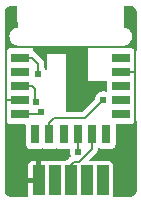
<source format=gbl>
G04 #@! TF.GenerationSoftware,KiCad,Pcbnew,(6.0.7-1)-1*
G04 #@! TF.CreationDate,2022-11-13T18:35:53+09:00*
G04 #@! TF.ProjectId,BM71-Dongle,424d3731-2d44-46f6-9e67-6c652e6b6963,V1.0*
G04 #@! TF.SameCoordinates,Original*
G04 #@! TF.FileFunction,Copper,L2,Bot*
G04 #@! TF.FilePolarity,Positive*
%FSLAX46Y46*%
G04 Gerber Fmt 4.6, Leading zero omitted, Abs format (unit mm)*
G04 Created by KiCad (PCBNEW (6.0.7-1)-1) date 2022-11-13 18:35:53*
%MOMM*%
%LPD*%
G01*
G04 APERTURE LIST*
G04 #@! TA.AperFunction,ComponentPad*
%ADD10R,1.000000X2.500000*%
G04 #@! TD*
G04 #@! TA.AperFunction,SMDPad,CuDef*
%ADD11R,1.600000X0.800000*%
G04 #@! TD*
G04 #@! TA.AperFunction,SMDPad,CuDef*
%ADD12R,0.800000X1.600000*%
G04 #@! TD*
G04 #@! TA.AperFunction,ViaPad*
%ADD13C,0.609600*%
G04 #@! TD*
G04 #@! TA.AperFunction,Conductor*
%ADD14C,0.203200*%
G04 #@! TD*
G04 APERTURE END LIST*
D10*
X2700000Y1800000D03*
X1350000Y1800000D03*
X0Y1800000D03*
X-1350000Y1800000D03*
X-2700000Y1800000D03*
D11*
X4300000Y12200000D03*
X4300000Y11000000D03*
X4300000Y9800000D03*
X4300000Y8600000D03*
X4300000Y7400000D03*
D12*
X3000000Y5700000D03*
X1800000Y5700000D03*
X600000Y5700000D03*
X-600000Y5700000D03*
X-1800000Y5700000D03*
X-3000000Y5700000D03*
D11*
X-4300000Y7400000D03*
X-4300000Y8600000D03*
X-4300000Y9800000D03*
X-4300000Y11000000D03*
X-4300000Y12200000D03*
D13*
X-4750000Y15000000D03*
X4750000Y15000000D03*
X-4500000Y1500000D03*
X200000Y9600000D03*
X4500000Y1500000D03*
X-2950000Y8450000D03*
X-2550000Y7600000D03*
X650000Y4200000D03*
X2750000Y8650000D03*
X-2750000Y10850000D03*
D14*
X5490000Y2490000D02*
X4500000Y1500000D01*
X-4300000Y8600000D02*
X-5490000Y8600000D01*
X-5490000Y8600000D02*
X-5490000Y2490000D01*
X5160000Y15000000D02*
X5490000Y14670000D01*
X-5180000Y15000000D02*
X-5490000Y14690000D01*
X5490000Y14670000D02*
X5490000Y13090000D01*
X5460000Y13120000D02*
X5490000Y13090000D01*
X5490000Y13090000D02*
X5490000Y11020000D01*
X4300000Y11000000D02*
X5470000Y11000000D01*
X-5490000Y13100000D02*
X5460000Y13100000D01*
X4750000Y15000000D02*
X5160000Y15000000D01*
X5490000Y11020000D02*
X5490000Y2490000D01*
X-5490000Y13120000D02*
X-5490000Y8600000D01*
X-5490000Y14690000D02*
X-5490000Y13120000D01*
X-5490000Y2490000D02*
X-4500000Y1500000D01*
X-4750000Y15000000D02*
X-5180000Y15000000D01*
X5470000Y11000000D02*
X5490000Y11020000D01*
X-3001600Y8501600D02*
X-3001600Y9504800D01*
X-2950000Y8450000D02*
X-3001600Y8501600D01*
X-3296800Y9800000D02*
X-4300000Y9800000D01*
X-3001600Y9504800D02*
X-3296800Y9800000D01*
X-4300000Y7400000D02*
X-2750000Y7400000D01*
X-2750000Y7400000D02*
X-2550000Y7600000D01*
X600000Y5700000D02*
X600000Y4250000D01*
X600000Y4250000D02*
X650000Y4200000D01*
X712105Y3400000D02*
X250000Y3400000D01*
X1800000Y4487895D02*
X712105Y3400000D01*
X250000Y3400000D02*
X0Y3150000D01*
X0Y3150000D02*
X0Y1800000D01*
X1800000Y5700000D02*
X1800000Y4487895D01*
X-1800000Y6700000D02*
X-1800000Y5700000D01*
X2750000Y8650000D02*
X1200000Y7100000D01*
X-1400000Y7100000D02*
X-1800000Y6700000D01*
X1200000Y7100000D02*
X-1400000Y7100000D01*
X-2750000Y10850000D02*
X-2750000Y11653200D01*
X-3296800Y12200000D02*
X-4300000Y12200000D01*
X-2750000Y11653200D02*
X-3296800Y12200000D01*
G04 #@! TA.AperFunction,Conductor*
G36*
X5580968Y6799214D02*
G01*
X5593100Y6758258D01*
X5593100Y1037941D01*
X5592174Y1026178D01*
X5588028Y1000000D01*
X5588954Y994154D01*
X5588954Y994150D01*
X5589398Y991346D01*
X5589851Y971165D01*
X5579179Y876444D01*
X5575433Y860028D01*
X5547161Y779232D01*
X5537164Y750663D01*
X5529858Y735491D01*
X5468210Y637379D01*
X5457710Y624214D01*
X5375786Y542290D01*
X5362622Y531791D01*
X5345337Y520930D01*
X5264509Y470142D01*
X5249337Y462836D01*
X5139972Y424567D01*
X5123558Y420821D01*
X5095014Y417605D01*
X5028835Y410149D01*
X5008654Y410602D01*
X5005850Y411046D01*
X5005846Y411046D01*
X5000000Y411972D01*
X4994153Y411046D01*
X4973823Y407826D01*
X4962059Y406900D01*
X3677355Y406900D01*
X3629017Y424493D01*
X3603297Y469042D01*
X3603081Y493864D01*
X3606438Y515058D01*
X3606438Y515060D01*
X3606900Y517976D01*
X3606900Y3082024D01*
X3591809Y3177306D01*
X3533292Y3292151D01*
X3442151Y3383292D01*
X3327306Y3441809D01*
X3292441Y3447331D01*
X3234942Y3456438D01*
X3234940Y3456438D01*
X3232024Y3456900D01*
X2167976Y3456900D01*
X2165060Y3456438D01*
X2165058Y3456438D01*
X2078540Y3442735D01*
X2078539Y3442735D01*
X2072694Y3441809D01*
X2059140Y3434903D01*
X2008085Y3428633D01*
X1990863Y3434901D01*
X1977306Y3441809D01*
X1971461Y3442735D01*
X1971460Y3442735D01*
X1884942Y3456438D01*
X1884940Y3456438D01*
X1882024Y3456900D01*
X1669680Y3456900D01*
X1621342Y3474493D01*
X1595622Y3519042D01*
X1604555Y3569700D01*
X1616506Y3585274D01*
X2113319Y4082087D01*
X2126364Y4092510D01*
X2132958Y4096671D01*
X2169637Y4138202D01*
X2172827Y4141595D01*
X2185382Y4154150D01*
X2192878Y4164151D01*
X2196687Y4168829D01*
X2225830Y4201828D01*
X2225832Y4201830D01*
X2229378Y4205846D01*
X2234909Y4217628D01*
X2242806Y4230770D01*
X2247403Y4236902D01*
X2247405Y4236906D01*
X2250616Y4241190D01*
X2267956Y4287444D01*
X2270300Y4293006D01*
X2289004Y4332845D01*
X2291281Y4337695D01*
X2292105Y4342988D01*
X2292107Y4342994D01*
X2293285Y4350559D01*
X2297174Y4365384D01*
X2299864Y4372561D01*
X2299864Y4372562D01*
X2301745Y4377579D01*
X2305404Y4426829D01*
X2306093Y4432826D01*
X2308052Y4445402D01*
X2308052Y4445406D01*
X2308500Y4448281D01*
X2308500Y4452527D01*
X2308631Y4452887D01*
X2308724Y4454086D01*
X2309058Y4454060D01*
X2326093Y4500865D01*
X2349558Y4519529D01*
X2353051Y4521309D01*
X2365859Y4527835D01*
X2416914Y4534106D01*
X2434134Y4527838D01*
X2472694Y4508191D01*
X2518949Y4500865D01*
X2565058Y4493562D01*
X2565060Y4493562D01*
X2567976Y4493100D01*
X3432024Y4493100D01*
X3434940Y4493562D01*
X3434942Y4493562D01*
X3497196Y4503422D01*
X3527306Y4508191D01*
X3589086Y4539670D01*
X3636874Y4564019D01*
X3636875Y4564020D01*
X3642151Y4566708D01*
X3733292Y4657849D01*
X3791809Y4772694D01*
X3806900Y4867976D01*
X3806900Y6517900D01*
X3824493Y6566238D01*
X3869042Y6591958D01*
X3882100Y6593100D01*
X5132024Y6593100D01*
X5134940Y6593562D01*
X5134942Y6593562D01*
X5221459Y6607265D01*
X5227306Y6608191D01*
X5342151Y6666708D01*
X5433292Y6757849D01*
X5435979Y6763123D01*
X5435983Y6763128D01*
X5450897Y6792399D01*
X5488518Y6827480D01*
X5539887Y6830172D01*
X5580968Y6799214D01*
G37*
G04 #@! TD.AperFunction*
G04 #@! TA.AperFunction,Conductor*
G36*
X-5480300Y6823383D02*
G01*
X-5450897Y6792399D01*
X-5435983Y6763128D01*
X-5435979Y6763123D01*
X-5433292Y6757849D01*
X-5342151Y6666708D01*
X-5227306Y6608191D01*
X-5221459Y6607265D01*
X-5134942Y6593562D01*
X-5134940Y6593562D01*
X-5132024Y6593100D01*
X-3882100Y6593100D01*
X-3833762Y6575507D01*
X-3808042Y6530958D01*
X-3806900Y6517900D01*
X-3806900Y4867976D01*
X-3791809Y4772694D01*
X-3733292Y4657849D01*
X-3642151Y4566708D01*
X-3636875Y4564020D01*
X-3636874Y4564019D01*
X-3589086Y4539670D01*
X-3527306Y4508191D01*
X-3497196Y4503422D01*
X-3434942Y4493562D01*
X-3434940Y4493562D01*
X-3432024Y4493100D01*
X-2567976Y4493100D01*
X-2565060Y4493562D01*
X-2565058Y4493562D01*
X-2518949Y4500865D01*
X-2472694Y4508191D01*
X-2434138Y4527836D01*
X-2383085Y4534106D01*
X-2365866Y4527838D01*
X-2327306Y4508191D01*
X-2281051Y4500865D01*
X-2234942Y4493562D01*
X-2234940Y4493562D01*
X-2232024Y4493100D01*
X-1367976Y4493100D01*
X-1365060Y4493562D01*
X-1365058Y4493562D01*
X-1318949Y4500865D01*
X-1272694Y4508191D01*
X-1234138Y4527836D01*
X-1183085Y4534106D01*
X-1165866Y4527838D01*
X-1127306Y4508191D01*
X-1081051Y4500865D01*
X-1034942Y4493562D01*
X-1034940Y4493562D01*
X-1032024Y4493100D01*
X-167976Y4493100D01*
X-165060Y4493562D01*
X-165058Y4493562D01*
X-135294Y4498276D01*
X-117990Y4501017D01*
X-67495Y4491202D01*
X-35123Y4451226D01*
X-36163Y4399426D01*
X-42598Y4382921D01*
X-44403Y4378292D01*
X-66888Y4207508D01*
X-66391Y4203006D01*
X-66391Y4203002D01*
X-55095Y4100686D01*
X-47985Y4036289D01*
X-46429Y4032037D01*
X-46428Y4032033D01*
X-4092Y3916344D01*
X-4002Y3864904D01*
X-28286Y3834538D01*
X-26782Y3832792D01*
X-64192Y3800558D01*
X-68911Y3796811D01*
X-81553Y3787575D01*
X-93856Y3775272D01*
X-97942Y3771477D01*
X-137127Y3737713D01*
X-140039Y3733220D01*
X-140041Y3733218D01*
X-143334Y3728138D01*
X-153262Y3715866D01*
X-313320Y3555807D01*
X-326364Y3545385D01*
X-332958Y3541224D01*
X-336504Y3537209D01*
X-369635Y3499695D01*
X-372826Y3496301D01*
X-385382Y3483745D01*
X-386169Y3482695D01*
X-430882Y3457840D01*
X-442735Y3456900D01*
X-532024Y3456900D01*
X-534940Y3456438D01*
X-534942Y3456438D01*
X-621460Y3442735D01*
X-621461Y3442735D01*
X-627306Y3441809D01*
X-640860Y3434903D01*
X-691915Y3428633D01*
X-709137Y3434901D01*
X-722694Y3441809D01*
X-728539Y3442735D01*
X-728540Y3442735D01*
X-815058Y3456438D01*
X-815060Y3456438D01*
X-817976Y3456900D01*
X-1882024Y3456900D01*
X-1884940Y3456438D01*
X-1884942Y3456438D01*
X-1942441Y3447331D01*
X-1977306Y3441809D01*
X-1982579Y3439122D01*
X-1982582Y3439121D01*
X-1991410Y3434623D01*
X-2042467Y3428353D01*
X-2059692Y3434623D01*
X-2067574Y3438639D01*
X-2078697Y3442253D01*
X-2165097Y3455938D01*
X-2170969Y3456400D01*
X-2483541Y3456400D01*
X-2493698Y3452703D01*
X-2496800Y3447331D01*
X-2496800Y1672000D01*
X-2514393Y1623662D01*
X-2558942Y1597942D01*
X-2572000Y1596800D01*
X-3593140Y1596800D01*
X-3603297Y1593103D01*
X-3606399Y1587731D01*
X-3606399Y520971D01*
X-3605936Y515093D01*
X-3602574Y493862D01*
X-3612390Y443368D01*
X-3652367Y410997D01*
X-3676848Y406900D01*
X-4962059Y406900D01*
X-4973823Y407826D01*
X-4994153Y411046D01*
X-5000000Y411972D01*
X-5005846Y411046D01*
X-5005850Y411046D01*
X-5008654Y410602D01*
X-5028835Y410149D01*
X-5094567Y417555D01*
X-5123559Y420821D01*
X-5139973Y424567D01*
X-5249338Y462836D01*
X-5264510Y470142D01*
X-5302263Y493864D01*
X-5362622Y531790D01*
X-5375786Y542289D01*
X-5457711Y624214D01*
X-5468211Y637379D01*
X-5529858Y735490D01*
X-5537164Y750662D01*
X-5575432Y860025D01*
X-5579179Y876443D01*
X-5589851Y971165D01*
X-5589398Y991346D01*
X-5588954Y994150D01*
X-5588954Y994154D01*
X-5588028Y1000000D01*
X-5592174Y1026178D01*
X-5593100Y1037941D01*
X-5593100Y2016459D01*
X-3606400Y2016459D01*
X-3602703Y2006302D01*
X-3597331Y2003200D01*
X-2916459Y2003200D01*
X-2906302Y2006897D01*
X-2903200Y2012269D01*
X-2903200Y3443140D01*
X-2906897Y3453297D01*
X-2912269Y3456399D01*
X-3229029Y3456399D01*
X-3234904Y3455936D01*
X-3321304Y3442253D01*
X-3332422Y3438641D01*
X-3436577Y3385572D01*
X-3446044Y3378693D01*
X-3528693Y3296044D01*
X-3535572Y3286577D01*
X-3588640Y3182424D01*
X-3592253Y3171303D01*
X-3605938Y3084903D01*
X-3606400Y3079031D01*
X-3606400Y2016459D01*
X-5593100Y2016459D01*
X-5593100Y6758258D01*
X-5575507Y6806596D01*
X-5530958Y6832316D01*
X-5480300Y6823383D01*
G37*
G04 #@! TD.AperFunction*
G04 #@! TA.AperFunction,Conductor*
G36*
X1473138Y12982407D02*
G01*
X1498858Y12937858D01*
X1500000Y12924800D01*
X1500000Y10200000D01*
X3017900Y10200000D01*
X3066238Y10182407D01*
X3091958Y10137858D01*
X3093100Y10124800D01*
X3093100Y9394088D01*
X3075507Y9345750D01*
X3030958Y9320030D01*
X2999580Y9321154D01*
X2844256Y9360169D01*
X2844252Y9360169D01*
X2839855Y9361274D01*
X2835321Y9361298D01*
X2835319Y9361298D01*
X2751967Y9361734D01*
X2667598Y9362176D01*
X2500099Y9321963D01*
X2347027Y9242956D01*
X2217219Y9129718D01*
X2118170Y8988784D01*
X2055597Y8828292D01*
X2055006Y8823801D01*
X2055005Y8823798D01*
X2035645Y8676747D01*
X2014262Y8633389D01*
X1011399Y7630526D01*
X964779Y7608786D01*
X958225Y7608500D01*
X-324800Y7608500D01*
X-373138Y7626093D01*
X-398858Y7670642D01*
X-400000Y7683700D01*
X-400000Y12500000D01*
X-2000000Y12500000D01*
X-2000000Y11257506D01*
X-2017593Y11209168D01*
X-2062142Y11183448D01*
X-2112800Y11192381D01*
X-2137174Y11214912D01*
X-2209657Y11320376D01*
X-2209658Y11320378D01*
X-2212225Y11324112D01*
X-2216327Y11327767D01*
X-2216568Y11328214D01*
X-2218607Y11330527D01*
X-2218069Y11331002D01*
X-2240712Y11373057D01*
X-2241500Y11383912D01*
X-2241500Y11587803D01*
X-2239646Y11604400D01*
X-2239108Y11606777D01*
X-2237926Y11612000D01*
X-2241356Y11667288D01*
X-2241500Y11671944D01*
X-2241500Y11689713D01*
X-2243272Y11702091D01*
X-2243887Y11708090D01*
X-2246614Y11752036D01*
X-2246945Y11757377D01*
X-2248761Y11762408D01*
X-2248763Y11762416D01*
X-2251365Y11769623D01*
X-2255073Y11784495D01*
X-2256160Y11792082D01*
X-2256161Y11792084D01*
X-2256920Y11797387D01*
X-2259135Y11802259D01*
X-2259137Y11802265D01*
X-2277362Y11842348D01*
X-2279638Y11847938D01*
X-2294586Y11889344D01*
X-2296404Y11894381D01*
X-2304090Y11904903D01*
X-2311817Y11918126D01*
X-2317208Y11929982D01*
X-2349446Y11967397D01*
X-2353189Y11972110D01*
X-2362425Y11984752D01*
X-2374730Y11997057D01*
X-2378525Y12001144D01*
X-2408792Y12036271D01*
X-2408793Y12036272D01*
X-2412287Y12040327D01*
X-2416781Y12043240D01*
X-2421867Y12046537D01*
X-2434140Y12056467D01*
X-2890992Y12513319D01*
X-2901415Y12526364D01*
X-2905576Y12532958D01*
X-2947107Y12569637D01*
X-2950500Y12572827D01*
X-2963055Y12585382D01*
X-2965201Y12586990D01*
X-2965204Y12586993D01*
X-2973056Y12592878D01*
X-2977734Y12596687D01*
X-3010733Y12625830D01*
X-3010735Y12625832D01*
X-3014751Y12629378D01*
X-3026533Y12634909D01*
X-3039675Y12642806D01*
X-3045807Y12647403D01*
X-3045811Y12647405D01*
X-3050095Y12650616D01*
X-3055111Y12652496D01*
X-3055112Y12652497D01*
X-3057921Y12653550D01*
X-3059496Y12654897D01*
X-3059813Y12655071D01*
X-3059777Y12655138D01*
X-3097007Y12686991D01*
X-3105799Y12712203D01*
X-3107265Y12721458D01*
X-3108191Y12727306D01*
X-3166708Y12842151D01*
X-3196183Y12871626D01*
X-3217923Y12918246D01*
X-3204609Y12967933D01*
X-3162472Y12997438D01*
X-3143009Y13000000D01*
X1424800Y13000000D01*
X1473138Y12982407D01*
G37*
G04 #@! TD.AperFunction*
G04 #@! TA.AperFunction,Conductor*
G36*
X4973822Y16592174D02*
G01*
X5000000Y16588028D01*
X5005846Y16588954D01*
X5005850Y16588954D01*
X5008654Y16589398D01*
X5028835Y16589851D01*
X5095014Y16582395D01*
X5123558Y16579179D01*
X5139972Y16575433D01*
X5249337Y16537164D01*
X5264509Y16529858D01*
X5362621Y16468210D01*
X5375786Y16457710D01*
X5457710Y16375786D01*
X5468210Y16362621D01*
X5529858Y16264509D01*
X5537164Y16249338D01*
X5575432Y16139975D01*
X5575432Y16139974D01*
X5579179Y16123556D01*
X5589851Y16028835D01*
X5589398Y16008654D01*
X5588954Y16005850D01*
X5588954Y16005846D01*
X5588028Y16000000D01*
X5588954Y15994153D01*
X5592174Y15973823D01*
X5593100Y15962059D01*
X5593100Y12841742D01*
X5575507Y12793404D01*
X5530958Y12767684D01*
X5480300Y12776617D01*
X5450897Y12807601D01*
X5435983Y12836872D01*
X5435979Y12836877D01*
X5433292Y12842151D01*
X5342151Y12933292D01*
X5227306Y12991809D01*
X5197196Y12996578D01*
X5134942Y13006438D01*
X5134940Y13006438D01*
X5132024Y13006900D01*
X4575200Y13006900D01*
X4526862Y13024493D01*
X4501142Y13069042D01*
X4500000Y13082100D01*
X4500000Y13157133D01*
X4517593Y13205471D01*
X4566817Y13231864D01*
X4574325Y13232706D01*
X4585657Y13236652D01*
X4736017Y13289013D01*
X4739986Y13290395D01*
X4743547Y13292620D01*
X4743551Y13292622D01*
X4885183Y13381124D01*
X4888749Y13383352D01*
X4891733Y13386315D01*
X5010238Y13503995D01*
X5010241Y13503999D01*
X5013221Y13506958D01*
X5107214Y13655069D01*
X5166059Y13820323D01*
X5186829Y13994507D01*
X5186114Y14001313D01*
X5168933Y14164782D01*
X5168932Y14164786D01*
X5168493Y14168964D01*
X5111961Y14335024D01*
X5020045Y14484432D01*
X5017109Y14487430D01*
X5017106Y14487434D01*
X4900255Y14606758D01*
X4900253Y14606759D01*
X4897311Y14609764D01*
X4749860Y14704789D01*
X4585021Y14764786D01*
X4565776Y14767217D01*
X4520024Y14790729D01*
X4500000Y14841824D01*
X4500000Y16517900D01*
X4517593Y16566238D01*
X4562142Y16591958D01*
X4575200Y16593100D01*
X4962059Y16593100D01*
X4973822Y16592174D01*
G37*
G04 #@! TD.AperFunction*
G04 #@! TA.AperFunction,Conductor*
G36*
X-4526862Y16575507D02*
G01*
X-4501142Y16530958D01*
X-4500000Y16517900D01*
X-4500000Y14842867D01*
X-4517593Y14794529D01*
X-4566817Y14768136D01*
X-4574325Y14767294D01*
X-4578293Y14765912D01*
X-4578294Y14765912D01*
X-4657156Y14738449D01*
X-4739986Y14709605D01*
X-4743547Y14707380D01*
X-4743551Y14707378D01*
X-4843171Y14645128D01*
X-4888749Y14616648D01*
X-4891732Y14613686D01*
X-4891733Y14613685D01*
X-5010238Y14496005D01*
X-5010241Y14496001D01*
X-5013221Y14493042D01*
X-5107214Y14344931D01*
X-5166059Y14179677D01*
X-5186829Y14005493D01*
X-5186390Y14001316D01*
X-5186390Y14001313D01*
X-5185674Y13994507D01*
X-5168493Y13831036D01*
X-5111961Y13664976D01*
X-5020045Y13515568D01*
X-5017109Y13512570D01*
X-5017106Y13512566D01*
X-4900255Y13393242D01*
X-4897311Y13390236D01*
X-4749860Y13295211D01*
X-4585021Y13235214D01*
X-4565776Y13232783D01*
X-4520024Y13209271D01*
X-4500000Y13158176D01*
X-4500000Y13082100D01*
X-4517593Y13033762D01*
X-4562142Y13008042D01*
X-4575200Y13006900D01*
X-5132024Y13006900D01*
X-5134940Y13006438D01*
X-5134942Y13006438D01*
X-5197196Y12996578D01*
X-5227306Y12991809D01*
X-5342151Y12933292D01*
X-5433292Y12842151D01*
X-5435979Y12836877D01*
X-5435983Y12836872D01*
X-5450897Y12807601D01*
X-5488518Y12772520D01*
X-5539887Y12769828D01*
X-5580968Y12800786D01*
X-5593100Y12841742D01*
X-5593100Y15962059D01*
X-5592174Y15973823D01*
X-5588954Y15994153D01*
X-5588028Y16000000D01*
X-5588954Y16005846D01*
X-5588954Y16005850D01*
X-5589398Y16008654D01*
X-5589851Y16028835D01*
X-5579179Y16123557D01*
X-5575432Y16139975D01*
X-5537164Y16249338D01*
X-5529858Y16264510D01*
X-5468211Y16362621D01*
X-5457711Y16375786D01*
X-5375786Y16457711D01*
X-5362621Y16468211D01*
X-5264510Y16529858D01*
X-5249338Y16537164D01*
X-5139973Y16575433D01*
X-5123559Y16579179D01*
X-5094567Y16582445D01*
X-5028835Y16589851D01*
X-5008654Y16589398D01*
X-5005850Y16588954D01*
X-5005846Y16588954D01*
X-5000000Y16588028D01*
X-4973822Y16592174D01*
X-4962059Y16593100D01*
X-4575200Y16593100D01*
X-4526862Y16575507D01*
G37*
G04 #@! TD.AperFunction*
G04 #@! TA.AperFunction,Conductor*
G36*
X5538171Y6764422D02*
G01*
X5582135Y6720458D01*
X5593100Y6674787D01*
X5593100Y1039938D01*
X5591861Y1024201D01*
X5588028Y1000000D01*
X5589267Y992178D01*
X5589267Y984261D01*
X5589095Y984261D01*
X5589466Y967744D01*
X5579499Y879289D01*
X5574487Y857327D01*
X5538108Y753361D01*
X5528333Y733064D01*
X5469735Y639806D01*
X5455690Y622194D01*
X5377806Y544310D01*
X5360194Y530265D01*
X5266936Y471667D01*
X5246639Y461892D01*
X5142673Y425513D01*
X5120711Y420501D01*
X5045018Y411972D01*
X5035549Y410905D01*
X5032256Y410534D01*
X5015739Y410905D01*
X5015739Y410733D01*
X5007822Y410733D01*
X5000000Y411972D01*
X4992177Y410733D01*
X4975799Y408139D01*
X4960062Y406900D01*
X3706675Y406900D01*
X3647544Y426113D01*
X3610999Y476413D01*
X3606431Y515016D01*
X3606900Y517976D01*
X3606900Y3082024D01*
X3591809Y3177306D01*
X3533292Y3292151D01*
X3442151Y3383292D01*
X3435099Y3386885D01*
X3435098Y3386886D01*
X3348975Y3430768D01*
X3327306Y3441809D01*
X3232024Y3456900D01*
X2167976Y3456900D01*
X2072694Y3441809D01*
X2065636Y3438213D01*
X2058108Y3435767D01*
X2057175Y3438639D01*
X2009253Y3431054D01*
X1992165Y3436606D01*
X1991892Y3435767D01*
X1984364Y3438213D01*
X1977306Y3441809D01*
X1882024Y3456900D01*
X1731002Y3456900D01*
X1671871Y3476113D01*
X1635326Y3526413D01*
X1635326Y3588587D01*
X1659867Y3628635D01*
X2111312Y4080080D01*
X2121453Y4088183D01*
X2121438Y4088201D01*
X2126896Y4092846D01*
X2132958Y4096671D01*
X2169108Y4137603D01*
X2173375Y4142143D01*
X2185382Y4154150D01*
X2192274Y4163346D01*
X2197361Y4169594D01*
X2229378Y4205846D01*
X2233805Y4215275D01*
X2244364Y4232849D01*
X2250616Y4241190D01*
X2267598Y4286489D01*
X2270726Y4293913D01*
X2291281Y4337695D01*
X2292883Y4347987D01*
X2298085Y4367812D01*
X2299228Y4370863D01*
X2299229Y4370867D01*
X2301745Y4377579D01*
X2305328Y4425800D01*
X2306249Y4433822D01*
X2307850Y4444105D01*
X2335931Y4499577D01*
X2391254Y4527949D01*
X2452922Y4518265D01*
X2465636Y4511787D01*
X2465638Y4511786D01*
X2472694Y4508191D01*
X2567976Y4493100D01*
X3432024Y4493100D01*
X3527306Y4508191D01*
X3582745Y4536439D01*
X3635098Y4563114D01*
X3635099Y4563115D01*
X3642151Y4566708D01*
X3733292Y4657849D01*
X3791809Y4772694D01*
X3806900Y4867976D01*
X3806900Y6492500D01*
X3826113Y6551631D01*
X3876413Y6588176D01*
X3907500Y6593100D01*
X5132024Y6593100D01*
X5227306Y6608191D01*
X5281097Y6635599D01*
X5335098Y6663114D01*
X5335099Y6663115D01*
X5342151Y6666708D01*
X5421365Y6745922D01*
X5476763Y6774148D01*
X5538171Y6764422D01*
G37*
G04 #@! TD.AperFunction*
G04 #@! TA.AperFunction,Conductor*
G36*
X-5421365Y6745922D02*
G01*
X-5342151Y6666708D01*
X-5335099Y6663115D01*
X-5335098Y6663114D01*
X-5281097Y6635599D01*
X-5227306Y6608191D01*
X-5132024Y6593100D01*
X-3907500Y6593100D01*
X-3848369Y6573887D01*
X-3811824Y6523587D01*
X-3806900Y6492500D01*
X-3806900Y4867976D01*
X-3791809Y4772694D01*
X-3733292Y4657849D01*
X-3642151Y4566708D01*
X-3635099Y4563115D01*
X-3635098Y4563114D01*
X-3582745Y4536439D01*
X-3527306Y4508191D01*
X-3432024Y4493100D01*
X-2567976Y4493100D01*
X-2472694Y4508191D01*
X-2445673Y4521959D01*
X-2384264Y4531687D01*
X-2354326Y4521959D01*
X-2327306Y4508191D01*
X-2232024Y4493100D01*
X-1367976Y4493100D01*
X-1272694Y4508191D01*
X-1245673Y4521959D01*
X-1184264Y4531687D01*
X-1154326Y4521959D01*
X-1127306Y4508191D01*
X-1032024Y4493100D01*
X-167976Y4493100D01*
X-158916Y4494535D01*
X-97508Y4484809D01*
X-53544Y4440846D01*
X-43857Y4379692D01*
X-44403Y4378292D01*
X-66888Y4207508D01*
X-66223Y4201484D01*
X-66223Y4201480D01*
X-62368Y4166568D01*
X-47985Y4036289D01*
X-45899Y4030589D01*
X-10202Y3933041D01*
X-7924Y3870908D01*
X-39007Y3822259D01*
X-63413Y3801229D01*
X-69731Y3796211D01*
X-81553Y3787575D01*
X-93198Y3775930D01*
X-98665Y3770854D01*
X-131700Y3742390D01*
X-131703Y3742387D01*
X-137127Y3737713D01*
X-141025Y3731699D01*
X-141875Y3730388D01*
X-155157Y3713971D01*
X-311312Y3557815D01*
X-321453Y3549712D01*
X-321438Y3549694D01*
X-326896Y3545049D01*
X-332958Y3541224D01*
X-369106Y3500294D01*
X-373374Y3495753D01*
X-382762Y3486365D01*
X-438160Y3458139D01*
X-453897Y3456900D01*
X-532024Y3456900D01*
X-627306Y3441809D01*
X-634364Y3438213D01*
X-641892Y3435767D01*
X-642825Y3438639D01*
X-690747Y3431054D01*
X-707835Y3436606D01*
X-708108Y3435767D01*
X-715636Y3438213D01*
X-722694Y3441809D01*
X-817976Y3456900D01*
X-1882024Y3456900D01*
X-1911623Y3452212D01*
X-1969485Y3443048D01*
X-1969487Y3443047D01*
X-1977306Y3441809D01*
X-1984360Y3438215D01*
X-1991890Y3435768D01*
X-1992764Y3438459D01*
X-2041274Y3430768D01*
X-2057972Y3436195D01*
X-2058267Y3435286D01*
X-2080672Y3442566D01*
X-2164104Y3455781D01*
X-2171972Y3456400D01*
X-2480867Y3456400D01*
X-2493757Y3452212D01*
X-2496800Y3448023D01*
X-2496800Y1697400D01*
X-2516013Y1638269D01*
X-2566313Y1601724D01*
X-2597400Y1596800D01*
X-3590466Y1596800D01*
X-3603356Y1592612D01*
X-3606399Y1588423D01*
X-3606399Y521961D01*
X-3605882Y515387D01*
X-3620400Y454932D01*
X-3667680Y414555D01*
X-3706172Y406900D01*
X-4960062Y406900D01*
X-4975799Y408139D01*
X-4992177Y410733D01*
X-5000000Y411972D01*
X-5007822Y410733D01*
X-5015739Y410733D01*
X-5015739Y410905D01*
X-5032256Y410534D01*
X-5035548Y410905D01*
X-5045018Y411972D01*
X-5120712Y420501D01*
X-5142674Y425513D01*
X-5226750Y454932D01*
X-5246640Y461892D01*
X-5266935Y471666D01*
X-5360196Y530266D01*
X-5377808Y544311D01*
X-5455689Y622192D01*
X-5469734Y639804D01*
X-5528334Y733065D01*
X-5538108Y753360D01*
X-5574487Y857326D01*
X-5579499Y879288D01*
X-5589466Y967744D01*
X-5589095Y984261D01*
X-5589267Y984261D01*
X-5589267Y992178D01*
X-5588028Y1000000D01*
X-5591861Y1024201D01*
X-5593100Y1039938D01*
X-5593100Y2019133D01*
X-3606400Y2019133D01*
X-3602212Y2006243D01*
X-3598023Y2003200D01*
X-2919133Y2003200D01*
X-2906243Y2007388D01*
X-2903200Y2011577D01*
X-2903200Y3440466D01*
X-2907388Y3453356D01*
X-2911577Y3456399D01*
X-3228034Y3456399D01*
X-3235883Y3455782D01*
X-3319328Y3442566D01*
X-3334208Y3437731D01*
X-3434798Y3386478D01*
X-3447453Y3377284D01*
X-3527284Y3297453D01*
X-3536478Y3284798D01*
X-3587732Y3184207D01*
X-3592566Y3169328D01*
X-3605781Y3085896D01*
X-3606400Y3078028D01*
X-3606400Y2019133D01*
X-5593100Y2019133D01*
X-5593100Y6674787D01*
X-5573887Y6733918D01*
X-5523587Y6770463D01*
X-5461413Y6770463D01*
X-5421365Y6745922D01*
G37*
G04 #@! TD.AperFunction*
G04 #@! TA.AperFunction,Conductor*
G36*
X1458531Y12980787D02*
G01*
X1495076Y12930487D01*
X1500000Y12899401D01*
X1500000Y10200000D01*
X2992500Y10200000D01*
X3051631Y10180787D01*
X3088176Y10130487D01*
X3093100Y10099400D01*
X3093100Y9426657D01*
X3073887Y9367526D01*
X3023587Y9330981D01*
X2967992Y9329088D01*
X2839855Y9361274D01*
X2833798Y9361306D01*
X2833796Y9361306D01*
X2749694Y9361746D01*
X2667598Y9362176D01*
X2661701Y9360760D01*
X2661699Y9360760D01*
X2529777Y9329088D01*
X2500099Y9321963D01*
X2494713Y9319183D01*
X2494710Y9319182D01*
X2352413Y9245736D01*
X2347027Y9242956D01*
X2342462Y9238974D01*
X2342461Y9238973D01*
X2292141Y9195076D01*
X2217219Y9129718D01*
X2172935Y9066708D01*
X2121658Y8993748D01*
X2121656Y8993744D01*
X2118170Y8988784D01*
X2115967Y8983135D01*
X2115966Y8983132D01*
X2091006Y8919112D01*
X2055597Y8828292D01*
X2050181Y8787152D01*
X2036771Y8685298D01*
X2008167Y8627294D01*
X1018838Y7637965D01*
X963440Y7609739D01*
X947703Y7608500D01*
X-299400Y7608500D01*
X-358531Y7627713D01*
X-395076Y7678013D01*
X-400000Y7709100D01*
X-400000Y12500000D01*
X-2000000Y12500000D01*
X-2000000Y11339307D01*
X-2019213Y11280176D01*
X-2069513Y11243631D01*
X-2131687Y11243631D01*
X-2183507Y11282327D01*
X-2208789Y11319112D01*
X-2212225Y11324112D01*
X-2216430Y11327858D01*
X-2241054Y11384766D01*
X-2241500Y11394230D01*
X-2241500Y11584968D01*
X-2240059Y11597866D01*
X-2240083Y11597868D01*
X-2239509Y11605006D01*
X-2237926Y11612000D01*
X-2241307Y11666498D01*
X-2241500Y11672727D01*
X-2241500Y11689713D01*
X-2243128Y11701081D01*
X-2243950Y11709104D01*
X-2246501Y11750226D01*
X-2246501Y11750228D01*
X-2246945Y11757377D01*
X-2250482Y11767175D01*
X-2255443Y11787072D01*
X-2255904Y11790289D01*
X-2256920Y11797387D01*
X-2276940Y11841418D01*
X-2279983Y11848893D01*
X-2293972Y11887643D01*
X-2296404Y11894381D01*
X-2300632Y11900169D01*
X-2302552Y11902798D01*
X-2312896Y11920499D01*
X-2314241Y11923458D01*
X-2314243Y11923461D01*
X-2317208Y11929982D01*
X-2348785Y11966630D01*
X-2353802Y11972949D01*
X-2362425Y11984752D01*
X-2374071Y11996398D01*
X-2379147Y12001866D01*
X-2407609Y12034898D01*
X-2412287Y12040327D01*
X-2419616Y12045078D01*
X-2436032Y12058359D01*
X-2888985Y12511312D01*
X-2897088Y12521453D01*
X-2897106Y12521438D01*
X-2901751Y12526896D01*
X-2905576Y12532958D01*
X-2946508Y12569108D01*
X-2951048Y12573375D01*
X-2963055Y12585382D01*
X-2972251Y12592274D01*
X-2978492Y12597356D01*
X-3014751Y12629378D01*
X-3022909Y12633208D01*
X-3024180Y12633805D01*
X-3041754Y12644364D01*
X-3050095Y12650616D01*
X-3056806Y12653132D01*
X-3056883Y12653174D01*
X-3099523Y12698423D01*
X-3103773Y12712195D01*
X-3104507Y12711957D01*
X-3106952Y12719481D01*
X-3108191Y12727306D01*
X-3166708Y12842151D01*
X-3167856Y12843299D01*
X-3186084Y12899401D01*
X-3166870Y12958532D01*
X-3116570Y12995077D01*
X-3085484Y13000000D01*
X1399400Y13000000D01*
X1458531Y12980787D01*
G37*
G04 #@! TD.AperFunction*
G04 #@! TA.AperFunction,Conductor*
G36*
X-4541469Y16573887D02*
G01*
X-4504924Y16523587D01*
X-4500000Y16492500D01*
X-4500000Y14863845D01*
X-4519213Y14804714D01*
X-4569513Y14768169D01*
X-4571566Y14767604D01*
X-4574325Y14767294D01*
X-4579635Y14765445D01*
X-4579639Y14765444D01*
X-4734672Y14711456D01*
X-4734676Y14711454D01*
X-4739986Y14709605D01*
X-4888749Y14616648D01*
X-4892742Y14612683D01*
X-4892743Y14612682D01*
X-4947403Y14558402D01*
X-5013221Y14493042D01*
X-5107214Y14344931D01*
X-5166059Y14179677D01*
X-5166725Y14174089D01*
X-5166726Y14174086D01*
X-5168003Y14163373D01*
X-5186829Y14005493D01*
X-5186241Y13999898D01*
X-5186241Y13999895D01*
X-5185087Y13988916D01*
X-5168493Y13831036D01*
X-5111961Y13664976D01*
X-5020045Y13515568D01*
X-5016116Y13511556D01*
X-5016113Y13511552D01*
X-5007734Y13502996D01*
X-4897311Y13390236D01*
X-4749860Y13295211D01*
X-4585021Y13235214D01*
X-4579443Y13234509D01*
X-4576945Y13233905D01*
X-4523989Y13201327D01*
X-4500296Y13143844D01*
X-4500000Y13136126D01*
X-4500000Y13107500D01*
X-4519213Y13048369D01*
X-4569513Y13011824D01*
X-4600600Y13006900D01*
X-5132024Y13006900D01*
X-5227306Y12991809D01*
X-5281097Y12964401D01*
X-5335098Y12936886D01*
X-5335099Y12936885D01*
X-5342151Y12933292D01*
X-5421365Y12854078D01*
X-5476763Y12825852D01*
X-5538171Y12835578D01*
X-5582135Y12879542D01*
X-5593100Y12925213D01*
X-5593100Y15960062D01*
X-5591861Y15975799D01*
X-5589267Y15992177D01*
X-5588028Y16000000D01*
X-5589267Y16007822D01*
X-5589267Y16015739D01*
X-5589095Y16015739D01*
X-5589466Y16032256D01*
X-5579499Y16120712D01*
X-5574487Y16142674D01*
X-5538109Y16246638D01*
X-5538108Y16246639D01*
X-5538108Y16246640D01*
X-5528334Y16266935D01*
X-5469734Y16360196D01*
X-5455689Y16377808D01*
X-5377808Y16455689D01*
X-5360196Y16469734D01*
X-5266935Y16528334D01*
X-5246640Y16538108D01*
X-5199211Y16554704D01*
X-5142674Y16574487D01*
X-5120712Y16579499D01*
X-5040982Y16588483D01*
X-5032256Y16589466D01*
X-5015739Y16589095D01*
X-5015739Y16589267D01*
X-5007822Y16589267D01*
X-5000000Y16588028D01*
X-4975799Y16591861D01*
X-4960062Y16593100D01*
X-4600600Y16593100D01*
X-4541469Y16573887D01*
G37*
G04 #@! TD.AperFunction*
G04 #@! TA.AperFunction,Conductor*
G36*
X4975799Y16591861D02*
G01*
X4992177Y16589267D01*
X5000000Y16588028D01*
X5007822Y16589267D01*
X5015739Y16589267D01*
X5015739Y16589095D01*
X5032256Y16589466D01*
X5043214Y16588231D01*
X5120711Y16579499D01*
X5142673Y16574487D01*
X5246639Y16538108D01*
X5266936Y16528333D01*
X5360194Y16469735D01*
X5377806Y16455690D01*
X5455690Y16377806D01*
X5469735Y16360194D01*
X5528333Y16266936D01*
X5538108Y16246639D01*
X5574487Y16142673D01*
X5579499Y16120711D01*
X5589466Y16032256D01*
X5589095Y16015739D01*
X5589267Y16015739D01*
X5589267Y16007822D01*
X5588028Y16000000D01*
X5589267Y15992177D01*
X5591861Y15975799D01*
X5593100Y15960062D01*
X5593100Y12925213D01*
X5573887Y12866082D01*
X5523587Y12829537D01*
X5461413Y12829537D01*
X5421365Y12854078D01*
X5342151Y12933292D01*
X5335099Y12936885D01*
X5335098Y12936886D01*
X5281097Y12964401D01*
X5227306Y12991809D01*
X5132024Y13006900D01*
X4600600Y13006900D01*
X4541469Y13026113D01*
X4504924Y13076413D01*
X4500000Y13107500D01*
X4500000Y13136155D01*
X4519213Y13195286D01*
X4569513Y13231831D01*
X4571566Y13232396D01*
X4574325Y13232706D01*
X4579635Y13234555D01*
X4579639Y13234556D01*
X4734672Y13288544D01*
X4734676Y13288546D01*
X4739986Y13290395D01*
X4888749Y13383352D01*
X4899730Y13394256D01*
X5009231Y13502996D01*
X5013221Y13506958D01*
X5107214Y13655069D01*
X5166059Y13820323D01*
X5167337Y13831036D01*
X5186162Y13988916D01*
X5186829Y13994507D01*
X5185675Y14005493D01*
X5169081Y14163373D01*
X5169080Y14163376D01*
X5168493Y14168964D01*
X5111961Y14335024D01*
X5020045Y14484432D01*
X5016116Y14488444D01*
X5016113Y14488448D01*
X4901248Y14605744D01*
X4901246Y14605745D01*
X4897311Y14609764D01*
X4749860Y14704789D01*
X4585021Y14764786D01*
X4579443Y14765491D01*
X4576945Y14766095D01*
X4523989Y14798673D01*
X4500296Y14856156D01*
X4500000Y14863874D01*
X4500000Y16492500D01*
X4519213Y16551631D01*
X4569513Y16588176D01*
X4600600Y16593100D01*
X4960062Y16593100D01*
X4975799Y16591861D01*
G37*
G04 #@! TD.AperFunction*
M02*

</source>
